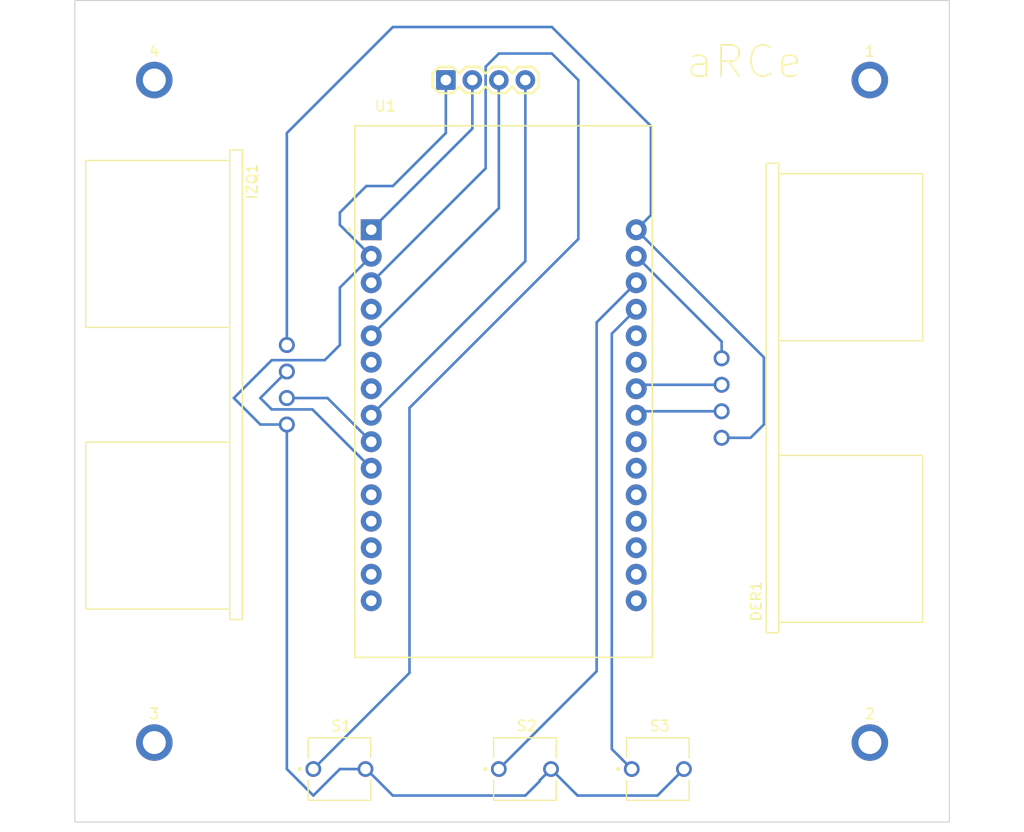
<source format=kicad_pcb>
(kicad_pcb (version 20221018) (generator pcbnew)
  (layers (0 "F.Cu" signal) (31 "B.Cu" signal) (34 "B.Paste" user) (35 "F.Paste" user) (36 "B.SilkS" user "B.Silkscreen") (37 "F.SilkS" user "F.Silkscreen") (38 "B.Mask" user) (39 "F.Mask" user) (44 "Edge.Cuts" user))
  (net 0 "")
  (net 16 "GND")
  (net 17 "VIN")
  (net 19 "25")
  (net 20 "26")
  (net 21 "19")
  (net 22 "18")
  (net 24 "15")
  (net 25 "13")
  (net 26 "12")
  (net 27 "3.3V")
  (net 28 "4")
  (net 29 "5")
  (footprint "MountingHole:MountingHole_2.2mm_M2_ISO7380_Pad" (layer "F.Cu") (at 106.68 63.5)
    (fp_text reference "4" (at 0 -2.75) (layer "F.SilkS"))
    (fp_text value "MountingHole_2.2mm_M2_ISO7380_Pad")
    (pad "1" thru_hole circle (at 0 0) (size 3.5 3.5) (drill 2.2) (layers "*.Cu" "*.Mask"))
  )
  (footprint "LCD1602:LCD1602-PORT" (layer "F.Cu") (at 134.62 63.5)
    (fp_text reference "U2" hide)
    (fp_text value "LCD1602")
    (fp_line (start -1.27 -0.635) (end -1.27 0.635) (stroke (width 0.2032)) (layer "F.SilkS"))
    (fp_line (start -1.27 0.635) (end -0.635 1.27) (stroke (width 0.2032)) (layer "F.SilkS"))
    (fp_line (start -0.635 -1.27) (end -1.27 -0.635) (stroke (width 0.2032)) (layer "F.SilkS"))
    (fp_line (start -0.635 -1.27) (end 0.635 -1.27) (stroke (width 0.2032)) (layer "F.SilkS"))
    (fp_line (start 0.635 -1.27) (end 1.27 -0.635) (stroke (width 0.2032)) (layer "F.SilkS"))
    (fp_line (start 0.635 1.27) (end -0.635 1.27) (stroke (width 0.2032)) (layer "F.SilkS"))
    (fp_line (start 1.27 -0.635) (end 1.905 -1.27) (stroke (width 0.2032)) (layer "F.SilkS"))
    (fp_line (start 1.27 0.635) (end 0.635 1.27) (stroke (width 0.2032)) (layer "F.SilkS"))
    (fp_line (start 1.905 -1.27) (end 3.175 -1.27) (stroke (width 0.2032)) (layer "F.SilkS"))
    (fp_line (start 1.905 1.27) (end 1.27 0.635) (stroke (width 0.2032)) (layer "F.SilkS"))
    (fp_line (start 3.175 -1.27) (end 3.81 -0.635) (stroke (width 0.2032)) (layer "F.SilkS"))
    (fp_line (start 3.175 1.27) (end 1.905 1.27) (stroke (width 0.2032)) (layer "F.SilkS"))
    (fp_line (start 3.81 -0.635) (end 4.445 -1.27) (stroke (width 0.2032)) (layer "F.SilkS"))
    (fp_line (start 3.81 0.635) (end 3.175 1.27) (stroke (width 0.2032)) (layer "F.SilkS"))
    (fp_line (start 4.445 -1.27) (end 5.715 -1.27) (stroke (width 0.2032)) (layer "F.SilkS"))
    (fp_line (start 4.445 1.27) (end 3.81 0.635) (stroke (width 0.2032)) (layer "F.SilkS"))
    (fp_line (start 5.715 -1.27) (end 6.35 -0.635) (stroke (width 0.2032)) (layer "F.SilkS"))
    (fp_line (start 5.715 1.27) (end 4.445 1.27) (stroke (width 0.2032)) (layer "F.SilkS"))
    (fp_line (start 6.35 0.635) (end 5.715 1.27) (stroke (width 0.2032)) (layer "F.SilkS"))
    (fp_line (start 6.35 0.635) (end 6.985 1.27) (stroke (width 0.2032)) (layer "F.SilkS"))
    (fp_line (start 6.985 -1.27) (end 6.35 -0.635) (stroke (width 0.2032)) (layer "F.SilkS"))
    (fp_line (start 6.985 -1.27) (end 8.255 -1.27) (stroke (width 0.2032)) (layer "F.SilkS"))
    (fp_line (start 8.255 -1.27) (end 8.89 -0.635) (stroke (width 0.2032)) (layer "F.SilkS"))
    (fp_line (start 8.255 1.27) (end 6.985 1.27) (stroke (width 0.2032)) (layer "F.SilkS"))
    (fp_line (start 8.89 -0.635) (end 8.89 0.635) (stroke (width 0.2032)) (layer "F.SilkS"))
    (fp_line (start 8.89 0.635) (end 8.255 1.27) (stroke (width 0.2032)) (layer "F.SilkS"))
    (pad "GND" thru_hole rect (at 0 0) (size 1.8796 1.8796) (drill 1.016) (layers "*.Cu" "*.Mask") (net 16 "GND"))
    (pad "SCL" thru_hole circle (at 7.62 0) (size 1.8796 1.8796) (drill 1.016) (layers "*.Cu" "*.Mask") (net 29 "5"))
    (pad "SDA" thru_hole circle (at 5.08 0) (size 1.8796 1.8796) (drill 1.016) (layers "*.Cu" "*.Mask") (net 28 "4"))
    (pad "VCC" thru_hole circle (at 2.54 0) (size 1.8796 1.8796) (drill 1.016) (layers "*.Cu" "*.Mask") (net 27 "3.3V"))
  )
  (footprint "BUTT-2:SW_BUTT-2" (layer "F.Cu") (at 154.94 129.54)
    (fp_text reference "S3" (at 0.175 -4.135) (layer "F.SilkS"))
    (fp_text value "BUTT-2")
    (fp_line (start -3 -3) (end 3 -3) (stroke (width 0.127)) (layer "F.SilkS"))
    (fp_line (start -3 -1.075) (end -3 -3) (stroke (width 0.127)) (layer "F.SilkS"))
    (fp_line (start -3 3) (end -3 1.075) (stroke (width 0.127)) (layer "F.SilkS"))
    (fp_line (start 3 -3) (end 3 -1.075) (stroke (width 0.127)) (layer "F.SilkS"))
    (fp_line (start 3 1.075) (end 3 3) (stroke (width 0.127)) (layer "F.SilkS"))
    (fp_line (start 3 3) (end -3 3) (stroke (width 0.127)) (layer "F.SilkS"))
    (fp_circle (center -3.8 0) (end -3.7 0) (stroke (width 0.2)) (fill none) (layer "F.SilkS"))
    (pad "1" thru_hole circle (at -2.5 0) (size 1.508 1.508) (drill 1) (layers "*.Cu" "*.Mask") (net 26 "12"))
    (pad "2" thru_hole circle (at 2.5 0) (size 1.508 1.508) (drill 1) (layers "*.Cu" "*.Mask") (net 16 "GND"))
  )
  (footprint "ESP32-DEVKIT-V1:MODULE_ESP32_DEVKIT_V1" (layer "F.Cu") (at 140.17 93.365)
    (fp_text reference "U1" (at -11.355 -27.36) (layer "F.SilkS"))
    (fp_text value "ESP32-DEVKIT-V1")
    (fp_line (start -14.28 -25.475) (end -3.211 -25.475) (stroke (width 0.127)) (layer "F.SilkS"))
    (fp_line (start -14.28 -25.475) (end 14.23 -25.475) (stroke (width 0.127)) (layer "F.SilkS"))
    (fp_line (start -14.28 25.475) (end -14.28 -25.475) (stroke (width 0.127)) (layer "F.SilkS"))
    (fp_line (start -14.28 25.475) (end -14.28 -25.475) (stroke (width 0.127)) (layer "F.SilkS"))
    (fp_line (start -14.28 25.475) (end -8.91 25.475) (stroke (width 0.127)) (layer "F.SilkS"))
    (fp_line (start -8.91 25.475) (end 8.78 25.475) (stroke (width 0.127)) (layer "F.SilkS"))
    (fp_line (start -3.211 -25.475) (end 3.5 -25.475) (stroke (width 0.127)) (layer "F.SilkS"))
    (fp_line (start 3.5 -25.475) (end 14.23 -25.475) (stroke (width 0.127)) (layer "F.SilkS"))
    (fp_line (start 8.78 25.475) (end 14.23 25.475) (stroke (width 0.127)) (layer "F.SilkS"))
    (fp_line (start 14.23 -25.475) (end 14.23 25.475) (stroke (width 0.127)) (layer "F.SilkS"))
    (fp_line (start 14.23 -25.475) (end 14.23 25.475) (stroke (width 0.127)) (layer "F.SilkS"))
    (fp_line (start 14.23 25.475) (end -14.28 25.475) (stroke (width 0.127)) (layer "F.SilkS"))
    (fp_circle (center -14.85 -15.515) (end -14.75 -15.515) (stroke (width 0.2)) (fill none) (layer "F.SilkS"))
    (pad "" np_thru_hole circle (at -12.28 -23.475) (size 3 3) (drill 3) (layers "*.Cu" "*.Mask"))
    (pad "" np_thru_hole circle (at -12.28 23.475) (size 3 3) (drill 3) (layers "*.Cu" "*.Mask"))
    (pad "" np_thru_hole circle (at 12.23 -23.475) (size 3 3) (drill 3) (layers "*.Cu" "*.Mask"))
    (pad "" np_thru_hole circle (at 12.23 23.475) (size 3 3) (drill 3) (layers "*.Cu" "*.Mask"))
    (pad "1" thru_hole rect (at -12.7 -15.515) (size 2 2) (drill 1.02) (layers "*.Cu" "*.Mask") (net 27 "3.3V"))
    (pad "2" thru_hole circle (at -12.7 -12.975) (size 2 2) (drill 1.02) (layers "*.Cu" "*.Mask") (net 16 "GND"))
    (pad "3" thru_hole circle (at -12.7 -10.435) (size 2 2) (drill 1.02) (layers "*.Cu" "*.Mask") (net 24 "15"))
    (pad "4" thru_hole circle (at -12.7 -7.895) (size 2 2) (drill 1.02) (layers "*.Cu" "*.Mask"))
    (pad "5" thru_hole circle (at -12.7 -5.355) (size 2 2) (drill 1.02) (layers "*.Cu" "*.Mask") (net 28 "4"))
    (pad "6" thru_hole circle (at -12.7 -2.815) (size 2 2) (drill 1.02) (layers "*.Cu" "*.Mask"))
    (pad "7" thru_hole circle (at -12.7 -0.275) (size 2 2) (drill 1.02) (layers "*.Cu" "*.Mask"))
    (pad "8" thru_hole circle (at -12.7 2.265) (size 2 2) (drill 1.02) (layers "*.Cu" "*.Mask") (net 29 "5"))
    (pad "9" thru_hole circle (at -12.7 4.805) (size 2 2) (drill 1.02) (layers "*.Cu" "*.Mask") (net 22 "18"))
    (pad "10" thru_hole circle (at -12.7 7.345) (size 2 2) (drill 1.02) (layers "*.Cu" "*.Mask") (net 21 "19"))
    (pad "11" thru_hole circle (at -12.7 9.885) (size 2 2) (drill 1.02) (layers "*.Cu" "*.Mask"))
    (pad "12" thru_hole circle (at -12.7 12.425) (size 2 2) (drill 1.02) (layers "*.Cu" "*.Mask"))
    (pad "13" thru_hole circle (at -12.7 14.965) (size 2 2) (drill 1.02) (layers "*.Cu" "*.Mask"))
    (pad "14" thru_hole circle (at -12.7 17.505) (size 2 2) (drill 1.02) (layers "*.Cu" "*.Mask"))
    (pad "15" thru_hole circle (at -12.7 20.045) (size 2 2) (drill 1.02) (layers "*.Cu" "*.Mask"))
    (pad "16" thru_hole circle (at 12.7 20.045) (size 2 2) (drill 1.02) (layers "*.Cu" "*.Mask"))
    (pad "17" thru_hole circle (at 12.7 17.505) (size 2 2) (drill 1.02) (layers "*.Cu" "*.Mask"))
    (pad "18" thru_hole circle (at 12.7 14.965) (size 2 2) (drill 1.02) (layers "*.Cu" "*.Mask"))
    (pad "19" thru_hole circle (at 12.7 12.425) (size 2 2) (drill 1.02) (layers "*.Cu" "*.Mask"))
    (pad "20" thru_hole circle (at 12.7 9.885) (size 2 2) (drill 1.02) (layers "*.Cu" "*.Mask"))
    (pad "21" thru_hole circle (at 12.7 7.345) (size 2 2) (drill 1.02) (layers "*.Cu" "*.Mask"))
    (pad "22" thru_hole circle (at 12.7 4.805) (size 2 2) (drill 1.02) (layers "*.Cu" "*.Mask"))
    (pad "23" thru_hole circle (at 12.7 2.265) (size 2 2) (drill 1.02) (layers "*.Cu" "*.Mask") (net 19 "25"))
    (pad "24" thru_hole circle (at 12.7 -0.275) (size 2 2) (drill 1.02) (layers "*.Cu" "*.Mask") (net 20 "26"))
    (pad "25" thru_hole circle (at 12.7 -2.815) (size 2 2) (drill 1.02) (layers "*.Cu" "*.Mask"))
    (pad "26" thru_hole circle (at 12.7 -5.355) (size 2 2) (drill 1.02) (layers "*.Cu" "*.Mask"))
    (pad "27" thru_hole circle (at 12.7 -7.895) (size 2 2) (drill 1.02) (layers "*.Cu" "*.Mask") (net 26 "12"))
    (pad "28" thru_hole circle (at 12.7 -10.435) (size 2 2) (drill 1.02) (layers "*.Cu" "*.Mask") (net 25 "13"))
    (pad "29" thru_hole circle (at 12.7 -12.975) (size 2 2) (drill 1.02) (layers "*.Cu" "*.Mask") (net 16 "GND"))
    (pad "30" thru_hole circle (at 12.7 -15.515) (size 2 2) (drill 1.02) (layers "*.Cu" "*.Mask") (net 17 "VIN"))
  )
  (footprint "HC-SR04:XCVR_HC-SR04" (layer "F.Cu") (at 119.38 92.71 -90)
    (fp_text reference "IZQ1" (at -19.48505 3.31671 90) (layer "F.SilkS") (effects (font (size 1.00052 1.00052))))
    (fp_text value "HC-SR04")
    (fp_line (start -22.5 4.27) (end 22.5 4.27) (stroke (width 0.127)) (layer "F.SilkS"))
    (fp_line (start -22.5 5.47) (end -22.5 4.27) (stroke (width 0.127)) (layer "F.SilkS"))
    (fp_line (start -21.5 5.47) (end -22.5 5.47) (stroke (width 0.127)) (layer "F.SilkS"))
    (fp_line (start -21.5 5.47) (end -21.5 19.27) (stroke (width 0.127)) (layer "F.SilkS"))
    (fp_line (start -21.5 19.27) (end -5.5 19.27) (stroke (width 0.127)) (layer "F.SilkS"))
    (fp_line (start -5.5 5.47) (end -21.5 5.47) (stroke (width 0.127)) (layer "F.SilkS"))
    (fp_line (start -5.5 5.47) (end -5.5 19.27) (stroke (width 0.127)) (layer "F.SilkS"))
    (fp_line (start 5.5 5.47) (end -5.5 5.47) (stroke (width 0.127)) (layer "F.SilkS"))
    (fp_line (start 5.5 5.47) (end 5.5 19.27) (stroke (width 0.127)) (layer "F.SilkS"))
    (fp_line (start 5.5 19.27) (end 21.5 19.27) (stroke (width 0.127)) (layer "F.SilkS"))
    (fp_line (start 21.5 5.47) (end 5.5 5.47) (stroke (width 0.127)) (layer "F.SilkS"))
    (fp_line (start 21.5 5.47) (end 21.5 19.27) (stroke (width 0.127)) (layer "F.SilkS"))
    (fp_line (start 22.5 4.27) (end 22.5 5.47) (stroke (width 0.127)) (layer "F.SilkS"))
    (fp_line (start 22.5 5.47) (end 21.5 5.47) (stroke (width 0.127)) (layer "F.SilkS"))
    (pad "1" thru_hole circle (at -3.81 0 270) (size 1.53 1.53) (drill 1.02) (layers "*.Cu" "*.Mask") (net 17 "VIN"))
    (pad "2" thru_hole circle (at -1.27 0 270) (size 1.53 1.53) (drill 1.02) (layers "*.Cu" "*.Mask") (net 21 "19"))
    (pad "3" thru_hole circle (at 1.27 0 270) (size 1.53 1.53) (drill 1.02) (layers "*.Cu" "*.Mask") (net 22 "18"))
    (pad "4" thru_hole circle (at 3.81 0 270) (size 1.53 1.53) (drill 1.02) (layers "*.Cu" "*.Mask") (net 16 "GND"))
  )
  (footprint "MountingHole:MountingHole_2.2mm_M2_ISO7380_Pad" (layer "F.Cu") (at 106.68 127)
    (fp_text reference "3" (at 0 -2.75) (layer "F.SilkS"))
    (fp_text value "MountingHole_2.2mm_M2_ISO7380_Pad")
    (pad "1" thru_hole circle (at 0 0) (size 3.5 3.5) (drill 2.2) (layers "*.Cu" "*.Mask"))
  )
  (footprint "MountingHole:MountingHole_2.2mm_M2_ISO7380_Pad" (layer "F.Cu") (at 175.26 63.5)
    (fp_text reference "1" (at 0 -2.75) (layer "F.SilkS"))
    (fp_text value "MountingHole_2.2mm_M2_ISO7380_Pad")
    (pad "1" thru_hole circle (at 0 0) (size 3.5 3.5) (drill 2.2) (layers "*.Cu" "*.Mask"))
  )
  (footprint "BUTT-2:SW_BUTT-2" (layer "F.Cu") (at 124.42 129.54)
    (fp_text reference "S1" (at 0.175 -4.135) (layer "F.SilkS"))
    (fp_text value "BUTT-2")
    (fp_line (start -3 -3) (end 3 -3) (stroke (width 0.127)) (layer "F.SilkS"))
    (fp_line (start -3 -1.075) (end -3 -3) (stroke (width 0.127)) (layer "F.SilkS"))
    (fp_line (start -3 3) (end -3 1.075) (stroke (width 0.127)) (layer "F.SilkS"))
    (fp_line (start 3 -3) (end 3 -1.075) (stroke (width 0.127)) (layer "F.SilkS"))
    (fp_line (start 3 1.075) (end 3 3) (stroke (width 0.127)) (layer "F.SilkS"))
    (fp_line (start 3 3) (end -3 3) (stroke (width 0.127)) (layer "F.SilkS"))
    (fp_circle (center -3.8 0) (end -3.7 0) (stroke (width 0.2)) (fill none) (layer "F.SilkS"))
    (pad "1" thru_hole circle (at -2.5 0) (size 1.508 1.508) (drill 1) (layers "*.Cu" "*.Mask") (net 24 "15"))
    (pad "2" thru_hole circle (at 2.5 0) (size 1.508 1.508) (drill 1) (layers "*.Cu" "*.Mask") (net 16 "GND"))
  )
  (footprint "BUTT-2:SW_BUTT-2" (layer "F.Cu") (at 142.2 129.54)
    (fp_text reference "S2" (at 0.175 -4.135) (layer "F.SilkS"))
    (fp_text value "BUTT-2")
    (fp_line (start -3 -3) (end 3 -3) (stroke (width 0.127)) (layer "F.SilkS"))
    (fp_line (start -3 -1.075) (end -3 -3) (stroke (width 0.127)) (layer "F.SilkS"))
    (fp_line (start -3 3) (end -3 1.075) (stroke (width 0.127)) (layer "F.SilkS"))
    (fp_line (start 3 -3) (end 3 -1.075) (stroke (width 0.127)) (layer "F.SilkS"))
    (fp_line (start 3 1.075) (end 3 3) (stroke (width 0.127)) (layer "F.SilkS"))
    (fp_line (start 3 3) (end -3 3) (stroke (width 0.127)) (layer "F.SilkS"))
    (fp_circle (center -3.8 0) (end -3.7 0) (stroke (width 0.2)) (fill none) (layer "F.SilkS"))
    (pad "1" thru_hole circle (at -2.5 0) (size 1.508 1.508) (drill 1) (layers "*.Cu" "*.Mask") (net 25 "13"))
    (pad "2" thru_hole circle (at 2.5 0) (size 1.508 1.508) (drill 1) (layers "*.Cu" "*.Mask") (net 16 "GND"))
  )
  (footprint "HC-SR04:XCVR_HC-SR04" (layer "F.Cu") (at 161.055 93.98 90)
    (fp_text reference "DER1" (at -19.48505 3.31671 90) (layer "F.SilkS") (effects (font (size 1.00052 1.00052))))
    (fp_text value "HC-SR04")
    (fp_line (start -22.5 4.27) (end 22.5 4.27) (stroke (width 0.127)) (layer "F.SilkS"))
    (fp_line (start -22.5 5.47) (end -22.5 4.27) (stroke (width 0.127)) (layer "F.SilkS"))
    (fp_line (start -21.5 5.47) (end -22.5 5.47) (stroke (width 0.127)) (layer "F.SilkS"))
    (fp_line (start -21.5 5.47) (end -21.5 19.27) (stroke (width 0.127)) (layer "F.SilkS"))
    (fp_line (start -21.5 19.27) (end -5.5 19.27) (stroke (width 0.127)) (layer "F.SilkS"))
    (fp_line (start -5.5 5.47) (end -21.5 5.47) (stroke (width 0.127)) (layer "F.SilkS"))
    (fp_line (start -5.5 5.47) (end -5.5 19.27) (stroke (width 0.127)) (layer "F.SilkS"))
    (fp_line (start 5.5 5.47) (end -5.5 5.47) (stroke (width 0.127)) (layer "F.SilkS"))
    (fp_line (start 5.5 5.47) (end 5.5 19.27) (stroke (width 0.127)) (layer "F.SilkS"))
    (fp_line (start 5.5 19.27) (end 21.5 19.27) (stroke (width 0.127)) (layer "F.SilkS"))
    (fp_line (start 21.5 5.47) (end 5.5 5.47) (stroke (width 0.127)) (layer "F.SilkS"))
    (fp_line (start 21.5 5.47) (end 21.5 19.27) (stroke (width 0.127)) (layer "F.SilkS"))
    (fp_line (start 22.5 4.27) (end 22.5 5.47) (stroke (width 0.127)) (layer "F.SilkS"))
    (fp_line (start 22.5 5.47) (end 21.5 5.47) (stroke (width 0.127)) (layer "F.SilkS"))
    (pad "1" thru_hole circle (at -3.81 0 90) (size 1.53 1.53) (drill 1.02) (layers "*.Cu" "*.Mask") (net 17 "VIN"))
    (pad "2" thru_hole circle (at -1.27 0 90) (size 1.53 1.53) (drill 1.02) (layers "*.Cu" "*.Mask") (net 19 "25"))
    (pad "3" thru_hole circle (at 1.27 0 90) (size 1.53 1.53) (drill 1.02) (layers "*.Cu" "*.Mask") (net 20 "26"))
    (pad "4" thru_hole circle (at 3.81 0 90) (size 1.53 1.53) (drill 1.02) (layers "*.Cu" "*.Mask") (net 16 "GND"))
  )
  (footprint "MountingHole:MountingHole_2.2mm_M2_ISO7380_Pad" (layer "F.Cu") (at 175.26 127)
    (fp_text reference "2" (at 0 -2.75) (layer "F.SilkS"))
    (fp_text value "MountingHole_2.2mm_M2_ISO7380_Pad")
    (pad "1" thru_hole circle (at 0 0) (size 3.5 3.5) (drill 2.2) (layers "*.Cu" "*.Mask"))
  )
  (gr_rect (start 99.06 55.88) (end 182.88 134.62) (stroke (width 0.1)) (fill none) (layer "Edge.Cuts"))
  (gr_text "aRCe" (at 157.48 63.5) (layer "F.SilkS") (effects (font (size 3 3)) (justify left bottom)))
  (segment (start 124.46 77.38) (end 127.47 80.39) (width 0.25) (layer "B.Cu") (net 16))
  (segment (start 143.621 130.619) (end 143.621 130.699) (width 0.25) (layer "B.Cu") (net 16))
  (segment (start 123.01 90.35) (end 117.93 90.35) (width 0.25) (layer "B.Cu") (net 16))
  (segment (start 127 73.66) (end 124.46 76.2) (width 0.25) (layer "B.Cu") (net 16))
  (segment (start 124.46 76.2) (end 124.46 77.38) (width 0.25) (layer "B.Cu") (net 16))
  (segment (start 116.84 96.52) (end 119.38 96.52) (width 0.25) (layer "B.Cu") (net 16))
  (segment (start 147.24 132.08) (end 144.7 129.54) (width 0.25) (layer "B.Cu") (net 16))
  (segment (start 142.24 132.08) (end 129.54 132.08) (width 0.25) (layer "B.Cu") (net 16))
  (segment (start 124.46 129.54) (end 121.92 132.08) (width 0.25) (layer "B.Cu") (net 16))
  (segment (start 119.38 129.54) (end 119.38 96.52) (width 0.25) (layer "B.Cu") (net 16))
  (segment (start 161.055 90.17) (end 161.055 88.575) (width 0.25) (layer "B.Cu") (net 16))
  (segment (start 161.055 88.575) (end 152.87 80.39) (width 0.25) (layer "B.Cu") (net 16))
  (segment (start 127.47 80.39) (end 124.46 83.4) (width 0.25) (layer "B.Cu") (net 16))
  (segment (start 134.62 68.58) (end 129.54 73.66) (width 0.25) (layer "B.Cu") (net 16))
  (segment (start 126.92 129.54) (end 124.46 129.54) (width 0.25) (layer "B.Cu") (net 16))
  (segment (start 154.9 132.08) (end 147.24 132.08) (width 0.25) (layer "B.Cu") (net 16))
  (segment (start 124.46 88.9) (end 123.01 90.35) (width 0.25) (layer "B.Cu") (net 16))
  (segment (start 157.44 129.54) (end 154.9 132.08) (width 0.25) (layer "B.Cu") (net 16))
  (segment (start 129.54 73.66) (end 127 73.66) (width 0.25) (layer "B.Cu") (net 16))
  (segment (start 143.621 130.699) (end 142.24 132.08) (width 0.25) (layer "B.Cu") (net 16))
  (segment (start 134.62 63.5) (end 134.62 68.58) (width 0.25) (layer "B.Cu") (net 16))
  (segment (start 114.3 93.98) (end 116.84 96.52) (width 0.25) (layer "B.Cu") (net 16))
  (segment (start 144.7 129.54) (end 143.621 130.619) (width 0.25) (layer "B.Cu") (net 16))
  (segment (start 129.54 132.08) (end 127 129.54) (width 0.25) (layer "B.Cu") (net 16))
  (segment (start 117.93 90.35) (end 114.3 93.98) (width 0.25) (layer "B.Cu") (net 16))
  (segment (start 121.92 132.08) (end 119.38 129.54) (width 0.25) (layer "B.Cu") (net 16))
  (segment (start 124.46 83.4) (end 124.46 88.9) (width 0.25) (layer "B.Cu") (net 16))
  (segment (start 119.38 68.58) (end 129.54 58.42) (width 0.25) (layer "B.Cu") (net 17))
  (segment (start 144.78 58.42) (end 154.275 67.915) (width 0.25) (layer "B.Cu") (net 17))
  (segment (start 161.055 97.79) (end 163.83 97.79) (width 0.25) (layer "B.Cu") (net 17))
  (segment (start 129.54 58.42) (end 144.78 58.42) (width 0.25) (layer "B.Cu") (net 17))
  (segment (start 154.275 76.445) (end 152.87 77.85) (width 0.25) (layer "B.Cu") (net 17))
  (segment (start 154.275 67.915) (end 154.275 76.445) (width 0.25) (layer "B.Cu") (net 17))
  (segment (start 163.83 97.79) (end 165.1 96.52) (width 0.25) (layer "B.Cu") (net 17))
  (segment (start 165.1 96.52) (end 165.1 90.08) (width 0.25) (layer "B.Cu") (net 17))
  (segment (start 165.1 90.08) (end 152.87 77.85) (width 0.25) (layer "B.Cu") (net 17))
  (segment (start 119.38 88.9) (end 119.38 68.58) (width 0.25) (layer "B.Cu") (net 17))
  (segment (start 153.25 95.25) (end 152.87 95.63) (width 0.25) (layer "B.Cu") (net 19))
  (segment (start 161.055 95.25) (end 153.25 95.25) (width 0.25) (layer "B.Cu") (net 19))
  (segment (start 153.25 92.71) (end 152.87 93.09) (width 0.25) (layer "B.Cu") (net 20))
  (segment (start 161.055 92.71) (end 153.25 92.71) (width 0.25) (layer "B.Cu") (net 20))
  (segment (start 117.93 95.07) (end 121.83 95.07) (width 0.25) (layer "B.Cu") (net 21))
  (segment (start 119.38 91.44) (end 116.84 93.98) (width 0.25) (layer "B.Cu") (net 21))
  (segment (start 116.84 93.98) (end 117.93 95.07) (width 0.25) (layer "B.Cu") (net 21))
  (segment (start 121.83 95.07) (end 127.47 100.71) (width 0.25) (layer "B.Cu") (net 21))
  (segment (start 123.28 93.98) (end 127.47 98.17) (width 0.25) (layer "B.Cu") (net 22))
  (segment (start 119.38 93.98) (end 123.28 93.98) (width 0.25) (layer "B.Cu") (net 22))
  (segment (start 138.4352 71.9648) (end 127.47 82.93) (width 0.25) (layer "B.Cu") (net 24))
  (segment (start 121.92 129.54) (end 131.135 120.325) (width 0.25) (layer "B.Cu") (net 24))
  (segment (start 131.135 94.925) (end 147.32 78.74) (width 0.25) (layer "B.Cu") (net 24))
  (segment (start 144.78 60.96) (end 139.7 60.96) (width 0.25) (layer "B.Cu") (net 24))
  (segment (start 138.4352 62.2248) (end 138.4352 71.9648) (width 0.25) (layer "B.Cu") (net 24))
  (segment (start 147.32 63.5) (end 144.78 60.96) (width 0.25) (layer "B.Cu") (net 24))
  (segment (start 131.135 120.325) (end 131.135 94.925) (width 0.25) (layer "B.Cu") (net 24))
  (segment (start 139.7 60.96) (end 138.4352 62.2248) (width 0.25) (layer "B.Cu") (net 24))
  (segment (start 147.32 78.74) (end 147.32 63.5) (width 0.25) (layer "B.Cu") (net 24))
  (segment (start 149.075 86.725) (end 152.87 82.93) (width 0.25) (layer "B.Cu") (net 25))
  (segment (start 139.7 129.54) (end 149.075 120.165) (width 0.25) (layer "B.Cu") (net 25))
  (segment (start 149.075 120.165) (end 149.075 86.725) (width 0.25) (layer "B.Cu") (net 25))
  (segment (start 150.525 87.815) (end 152.87 85.47) (width 0.25) (layer "B.Cu") (net 26))
  (segment (start 152.44 129.54) (end 150.525 127.625) (width 0.25) (layer "B.Cu") (net 26))
  (segment (start 150.525 127.625) (end 150.525 87.815) (width 0.25) (layer "B.Cu") (net 26))
  (segment (start 137.16 68.16) (end 127.47 77.85) (width 0.25) (layer "B.Cu") (net 27))
  (segment (start 137.16 63.5) (end 137.16 68.16) (width 0.25) (layer "B.Cu") (net 27))
  (segment (start 139.7 75.78) (end 127.47 88.01) (width 0.25) (layer "B.Cu") (net 28))
  (segment (start 139.7 63.5) (end 139.7 75.78) (width 0.25) (layer "B.Cu") (net 28))
  (segment (start 142.24 63.5) (end 142.24 80.86) (width 0.25) (layer "B.Cu") (net 29))
  (segment (start 142.24 80.86) (end 127.47 95.63) (width 0.25) (layer "B.Cu") (net 29))
)
</source>
